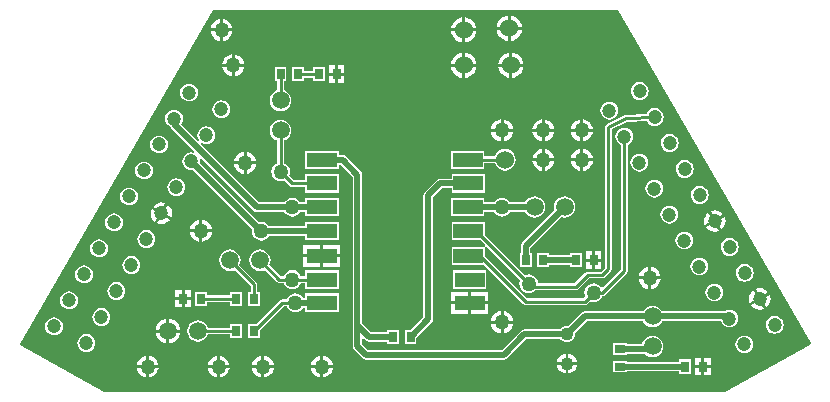
<source format=gtl>
%FSLAX44Y44*%
%MOMM*%
G71*
G01*
G75*
G04 Layer_Physical_Order=1*
G04 Layer_Color=255*
%ADD10R,0.7000X0.9000*%
%ADD11R,0.9000X0.7000*%
%ADD12R,2.5400X1.2700*%
%ADD13C,0.2540*%
%ADD14C,0.5000*%
%ADD15C,1.5240*%
%ADD16C,1.1000*%
%ADD17C,1.2000*%
%ADD18C,1.5000*%
%ADD19C,1.2700*%
G36*
X598698Y44716D02*
X598360Y43492D01*
X525912Y3059D01*
X796D01*
X-70477Y42836D01*
X-70815Y44060D01*
X92695Y327241D01*
X435567D01*
X598698Y44716D01*
D02*
G37*
%LPC*%
G36*
X74000Y90000D02*
X68750D01*
Y83750D01*
X74000D01*
Y90000D01*
D02*
G37*
G36*
X555741Y91368D02*
X553392Y91059D01*
X552367Y90634D01*
X556199Y83998D01*
X562835Y87830D01*
X562160Y88709D01*
X560280Y90152D01*
X558091Y91059D01*
X555741Y91368D01*
D02*
G37*
G36*
X66250Y90000D02*
X61000D01*
Y83750D01*
X66250D01*
Y90000D01*
D02*
G37*
G36*
X325922Y88336D02*
X311472D01*
Y80236D01*
X325922D01*
Y88336D01*
D02*
G37*
G36*
X10956Y96416D02*
X8998Y96158D01*
X7173Y95402D01*
X5606Y94200D01*
X4404Y92633D01*
X3649Y90809D01*
X3391Y88851D01*
X3649Y86893D01*
X4404Y85069D01*
X5606Y83502D01*
X7173Y82300D01*
X8998Y81544D01*
X10956Y81286D01*
X12914Y81544D01*
X14738Y82300D01*
X16305Y83502D01*
X17507Y85069D01*
X18262Y86893D01*
X18520Y88851D01*
X18262Y90809D01*
X17507Y92633D01*
X16305Y94200D01*
X14738Y95402D01*
X12914Y96158D01*
X10956Y96416D01*
D02*
G37*
G36*
X132500Y124078D02*
X130150Y123768D01*
X127961Y122861D01*
X126081Y121419D01*
X124639Y119539D01*
X123732Y117350D01*
X123422Y115000D01*
X123732Y112650D01*
X124639Y110461D01*
X126081Y108581D01*
X127961Y107139D01*
X130150Y106232D01*
X132500Y105922D01*
X134850Y106232D01*
X136564Y106942D01*
X146849Y96657D01*
X146849Y96657D01*
X147398Y96290D01*
X147765Y96045D01*
X148846Y95830D01*
X152673D01*
X153143Y94695D01*
X154401Y93055D01*
X156041Y91797D01*
X157951Y91006D01*
X160000Y90736D01*
X162049Y91006D01*
X163959Y91797D01*
X165599Y93055D01*
X166857Y94695D01*
X167327Y95830D01*
X170800D01*
Y90804D01*
X199200D01*
Y106504D01*
X170800D01*
Y101478D01*
X167327D01*
X166857Y102613D01*
X165599Y104253D01*
X163959Y105511D01*
X162049Y106302D01*
X160000Y106572D01*
X157951Y106302D01*
X156041Y105511D01*
X154401Y104253D01*
X153143Y102613D01*
X152673Y101478D01*
X150016D01*
X140558Y110936D01*
X141268Y112650D01*
X141578Y115000D01*
X141268Y117350D01*
X140361Y119539D01*
X138919Y121419D01*
X137039Y122861D01*
X134850Y123768D01*
X132500Y124078D01*
D02*
G37*
G36*
X324168Y106504D02*
X295768D01*
Y90804D01*
X324168D01*
Y106504D01*
D02*
G37*
G36*
X471766Y98750D02*
X463750D01*
Y90734D01*
X464941Y90891D01*
X467215Y91833D01*
X469169Y93331D01*
X470667Y95285D01*
X471609Y97559D01*
X471766Y98750D01*
D02*
G37*
G36*
X117500Y88500D02*
X107500D01*
Y85324D01*
X87500D01*
Y88500D01*
X77500D01*
Y76500D01*
X87500D01*
Y79676D01*
X107500D01*
Y76500D01*
X117500D01*
Y88500D01*
D02*
G37*
G36*
X461250Y98750D02*
X453234D01*
X453391Y97559D01*
X454333Y95285D01*
X455831Y93331D01*
X457785Y91833D01*
X460059Y90891D01*
X461250Y90734D01*
Y98750D01*
D02*
G37*
G36*
X308972Y88336D02*
X294522D01*
Y80236D01*
X308972D01*
Y88336D01*
D02*
G37*
G36*
X-29031Y88556D02*
X-30989Y88298D01*
X-32814Y87543D01*
X-34380Y86340D01*
X-35583Y84774D01*
X-36338Y82949D01*
X-36596Y80991D01*
X-36338Y79033D01*
X-35583Y77209D01*
X-34380Y75642D01*
X-32814Y74440D01*
X-30989Y73685D01*
X-29031Y73427D01*
X-27074Y73685D01*
X-25249Y74440D01*
X-23682Y75642D01*
X-22480Y77209D01*
X-21724Y79033D01*
X-21467Y80991D01*
X-21724Y82949D01*
X-22480Y84774D01*
X-23682Y86341D01*
X-25249Y87543D01*
X-27074Y88298D01*
X-29031Y88556D01*
D02*
G37*
G36*
X66250Y81250D02*
X61000D01*
Y75000D01*
X66250D01*
Y81250D01*
D02*
G37*
G36*
X555284Y80583D02*
X548647Y76751D01*
X549323Y75872D01*
X551203Y74429D01*
X553392Y73522D01*
X555741Y73213D01*
X558091Y73522D01*
X559115Y73947D01*
X555284Y80583D01*
D02*
G37*
G36*
X325922Y77736D02*
X311472D01*
Y69636D01*
X325922D01*
Y77736D01*
D02*
G37*
G36*
X162500Y86904D02*
X160451Y86634D01*
X158541Y85843D01*
X156901Y84585D01*
X155643Y82945D01*
X155173Y81810D01*
X151486D01*
X150405Y81595D01*
X150038Y81350D01*
X149489Y80983D01*
X149489Y80983D01*
X129506Y61000D01*
X122500D01*
Y49000D01*
X132500D01*
Y56006D01*
X152656Y76162D01*
X155173D01*
X155643Y75027D01*
X156901Y73387D01*
X158541Y72129D01*
X160451Y71338D01*
X162500Y71068D01*
X164549Y71338D01*
X166459Y72129D01*
X168099Y73387D01*
X169265Y74908D01*
X170800D01*
Y71136D01*
X199200D01*
Y86836D01*
X170800D01*
Y83064D01*
X169265D01*
X168099Y84585D01*
X166459Y85843D01*
X164549Y86634D01*
X162500Y86904D01*
D02*
G37*
G36*
X550202Y89384D02*
X549322Y88709D01*
X547880Y86829D01*
X546973Y84640D01*
X546664Y82290D01*
X546973Y79941D01*
X547397Y78917D01*
X554034Y82748D01*
X550202Y89384D01*
D02*
G37*
G36*
X517204Y95203D02*
X515246Y94945D01*
X513422Y94190D01*
X511855Y92987D01*
X510653Y91421D01*
X509897Y89596D01*
X509640Y87638D01*
X509897Y85681D01*
X510653Y83856D01*
X511855Y82289D01*
X513422Y81087D01*
X515246Y80331D01*
X517204Y80074D01*
X519162Y80331D01*
X520987Y81087D01*
X522553Y82289D01*
X523755Y83856D01*
X524511Y85681D01*
X524769Y87638D01*
X524511Y89596D01*
X523755Y91421D01*
X522553Y92987D01*
X520987Y94190D01*
X519162Y94945D01*
X517204Y95203D01*
D02*
G37*
G36*
X107100Y124078D02*
X104750Y123768D01*
X102561Y122861D01*
X100681Y121419D01*
X99239Y119539D01*
X98332Y117350D01*
X98022Y115000D01*
X98332Y112650D01*
X99239Y110461D01*
X100681Y108581D01*
X102561Y107139D01*
X104750Y106232D01*
X107100Y105922D01*
X109450Y106232D01*
X111164Y106942D01*
X124676Y93430D01*
Y88500D01*
X122500D01*
Y76500D01*
X132500D01*
Y88500D01*
X130324D01*
Y94600D01*
X130109Y95681D01*
X129864Y96048D01*
X129497Y96597D01*
X129497Y96597D01*
X115158Y110936D01*
X115868Y112650D01*
X116178Y115000D01*
X115868Y117350D01*
X114961Y119539D01*
X113519Y121419D01*
X111639Y122861D01*
X109450Y123768D01*
X107100Y124078D01*
D02*
G37*
G36*
X74000Y81250D02*
X68750D01*
Y75000D01*
X74000D01*
Y81250D01*
D02*
G37*
G36*
X564085Y85665D02*
X557449Y81833D01*
X561280Y75196D01*
X562160Y75872D01*
X563603Y77752D01*
X564510Y79941D01*
X564819Y82290D01*
X564510Y84640D01*
X564085Y85665D01*
D02*
G37*
G36*
X405000Y121000D02*
X395000D01*
Y119078D01*
X377500D01*
Y121000D01*
X367500D01*
Y109000D01*
X377500D01*
Y110922D01*
X395000D01*
Y109000D01*
X405000D01*
Y121000D01*
D02*
G37*
G36*
X183750Y128070D02*
X169300D01*
Y119970D01*
X183750D01*
Y128070D01*
D02*
G37*
G36*
X530341Y133849D02*
X528383Y133591D01*
X526559Y132836D01*
X524992Y131634D01*
X523790Y130067D01*
X523034Y128243D01*
X522777Y126285D01*
X523034Y124327D01*
X523790Y122502D01*
X524992Y120935D01*
X526559Y119733D01*
X528383Y118978D01*
X530341Y118720D01*
X532299Y118978D01*
X534124Y119733D01*
X535690Y120935D01*
X536893Y122502D01*
X537648Y124327D01*
X537906Y126285D01*
X537648Y128243D01*
X536893Y130067D01*
X535690Y131634D01*
X534124Y132836D01*
X532299Y133591D01*
X530341Y133849D01*
D02*
G37*
G36*
X421500Y122500D02*
X416250D01*
Y116250D01*
X421500D01*
Y122500D01*
D02*
G37*
G36*
X-3631Y132550D02*
X-5589Y132292D01*
X-7414Y131537D01*
X-8980Y130335D01*
X-10183Y128768D01*
X-10938Y126943D01*
X-11196Y124986D01*
X-10938Y123028D01*
X-10183Y121203D01*
X-8980Y119636D01*
X-7414Y118434D01*
X-5589Y117678D01*
X-3631Y117421D01*
X-1673Y117678D01*
X151Y118434D01*
X1718Y119636D01*
X2920Y121203D01*
X3676Y123028D01*
X3933Y124986D01*
X3676Y126943D01*
X2920Y128768D01*
X1718Y130335D01*
X151Y131537D01*
X-1673Y132292D01*
X-3631Y132550D01*
D02*
G37*
G36*
X81250Y138750D02*
X73234D01*
X73391Y137559D01*
X74333Y135285D01*
X75831Y133331D01*
X77785Y131833D01*
X80059Y130891D01*
X81250Y130734D01*
Y138750D01*
D02*
G37*
G36*
X91766D02*
X83750D01*
Y130734D01*
X84941Y130891D01*
X87215Y131833D01*
X89169Y133331D01*
X90667Y135285D01*
X91609Y137559D01*
X91766Y138750D01*
D02*
G37*
G36*
X36356Y140410D02*
X34398Y140152D01*
X32573Y139396D01*
X31007Y138194D01*
X29804Y136627D01*
X29049Y134803D01*
X28791Y132845D01*
X29049Y130887D01*
X29804Y129063D01*
X31007Y127496D01*
X32573Y126294D01*
X34398Y125538D01*
X36356Y125280D01*
X38314Y125538D01*
X40138Y126294D01*
X41705Y127496D01*
X42907Y129063D01*
X43663Y130887D01*
X43920Y132845D01*
X43663Y134803D01*
X42907Y136627D01*
X41705Y138194D01*
X40138Y139396D01*
X38314Y140152D01*
X36356Y140410D01*
D02*
G37*
G36*
X200700Y128070D02*
X186250D01*
Y119970D01*
X200700D01*
Y128070D01*
D02*
G37*
G36*
X491804Y139197D02*
X489846Y138940D01*
X488022Y138184D01*
X486455Y136982D01*
X485253Y135415D01*
X484497Y133590D01*
X484240Y131633D01*
X484497Y129675D01*
X485253Y127850D01*
X486455Y126284D01*
X488022Y125081D01*
X489846Y124326D01*
X491804Y124068D01*
X493762Y124326D01*
X495587Y125081D01*
X497153Y126284D01*
X498355Y127850D01*
X499111Y129675D01*
X499369Y131632D01*
X499111Y133590D01*
X498355Y135415D01*
X497153Y136982D01*
X495587Y138184D01*
X493762Y138940D01*
X491804Y139197D01*
D02*
G37*
G36*
X413750Y122500D02*
X408500D01*
Y116250D01*
X413750D01*
Y122500D01*
D02*
G37*
G36*
X463750Y109266D02*
Y101250D01*
X471766D01*
X471609Y102441D01*
X470667Y104715D01*
X469169Y106669D01*
X467215Y108167D01*
X464941Y109109D01*
X463750Y109266D01*
D02*
G37*
G36*
X504504Y117200D02*
X502546Y116942D01*
X500722Y116187D01*
X499155Y114985D01*
X497953Y113418D01*
X497197Y111593D01*
X496940Y109635D01*
X497197Y107678D01*
X497953Y105853D01*
X499155Y104286D01*
X500722Y103084D01*
X502546Y102329D01*
X504504Y102071D01*
X506462Y102329D01*
X508287Y103084D01*
X509853Y104286D01*
X511055Y105853D01*
X511811Y107678D01*
X512069Y109635D01*
X511811Y111593D01*
X511055Y113418D01*
X509853Y114985D01*
X508287Y116187D01*
X506462Y116942D01*
X504504Y117200D01*
D02*
G37*
G36*
X461250Y109266D02*
X460059Y109109D01*
X457785Y108167D01*
X455831Y106669D01*
X454333Y104715D01*
X453391Y102441D01*
X453234Y101250D01*
X461250D01*
Y109266D01*
D02*
G37*
G36*
X-16331Y110553D02*
X-18289Y110295D01*
X-20114Y109540D01*
X-21680Y108337D01*
X-22883Y106771D01*
X-23638Y104946D01*
X-23896Y102988D01*
X-23638Y101031D01*
X-22883Y99206D01*
X-21680Y97639D01*
X-20114Y96437D01*
X-18289Y95681D01*
X-16331Y95424D01*
X-14374Y95681D01*
X-12549Y96437D01*
X-10982Y97639D01*
X-9780Y99206D01*
X-9024Y101031D01*
X-8767Y102989D01*
X-9024Y104946D01*
X-9780Y106771D01*
X-10982Y108337D01*
X-12549Y109540D01*
X-14374Y110295D01*
X-16331Y110553D01*
D02*
G37*
G36*
X543041Y111852D02*
X541083Y111594D01*
X539259Y110839D01*
X537692Y109637D01*
X536490Y108070D01*
X535734Y106245D01*
X535477Y104288D01*
X535734Y102330D01*
X536490Y100505D01*
X537692Y98939D01*
X539259Y97736D01*
X541083Y96981D01*
X543041Y96723D01*
X544999Y96981D01*
X546824Y97736D01*
X548390Y98939D01*
X549593Y100505D01*
X550348Y102330D01*
X550606Y104288D01*
X550348Y106245D01*
X549593Y108070D01*
X548390Y109637D01*
X546824Y110839D01*
X544999Y111594D01*
X543041Y111852D01*
D02*
G37*
G36*
X183750Y117470D02*
X169300D01*
Y109370D01*
X183750D01*
Y117470D01*
D02*
G37*
G36*
X200700D02*
X186250D01*
Y109370D01*
X200700D01*
Y117470D01*
D02*
G37*
G36*
X421500Y113750D02*
X416250D01*
Y107500D01*
X421500D01*
Y113750D01*
D02*
G37*
G36*
X23656Y118413D02*
X21698Y118155D01*
X19873Y117399D01*
X18306Y116197D01*
X17104Y114630D01*
X16349Y112806D01*
X16091Y110848D01*
X16349Y108890D01*
X17104Y107066D01*
X18306Y105499D01*
X19873Y104297D01*
X21698Y103541D01*
X23656Y103283D01*
X25614Y103541D01*
X27438Y104297D01*
X29005Y105499D01*
X30207Y107066D01*
X30963Y108890D01*
X31220Y110848D01*
X30963Y112806D01*
X30207Y114630D01*
X29005Y116197D01*
X27438Y117399D01*
X25614Y118155D01*
X23656Y118413D01*
D02*
G37*
G36*
X413750Y113750D02*
X408500D01*
Y107500D01*
X413750D01*
Y113750D01*
D02*
G37*
G36*
X96250Y34266D02*
X95059Y34109D01*
X92785Y33167D01*
X90831Y31669D01*
X89333Y29715D01*
X88391Y27441D01*
X88234Y26250D01*
X96250D01*
Y34266D01*
D02*
G37*
G36*
X98750D02*
Y26250D01*
X106766D01*
X106609Y27441D01*
X105667Y29715D01*
X104169Y31669D01*
X102215Y33167D01*
X99941Y34109D01*
X98750Y34266D01*
D02*
G37*
G36*
X38750D02*
Y26250D01*
X46766D01*
X46609Y27441D01*
X45667Y29715D01*
X44169Y31669D01*
X42215Y33167D01*
X39941Y34109D01*
X38750Y34266D01*
D02*
G37*
G36*
X400909Y26250D02*
X393750D01*
Y19091D01*
X394719Y19219D01*
X396787Y20075D01*
X398562Y21438D01*
X399925Y23213D01*
X400781Y25281D01*
X400909Y26250D01*
D02*
G37*
G36*
X36250Y34266D02*
X35059Y34109D01*
X32785Y33167D01*
X30831Y31669D01*
X29333Y29715D01*
X28391Y27441D01*
X28234Y26250D01*
X36250D01*
Y34266D01*
D02*
G37*
G36*
X186250D02*
Y26250D01*
X194266D01*
X194109Y27441D01*
X193167Y29715D01*
X191668Y31669D01*
X189715Y33167D01*
X187441Y34109D01*
X186250Y34266D01*
D02*
G37*
G36*
X506250Y32500D02*
X501000D01*
Y26250D01*
X506250D01*
Y32500D01*
D02*
G37*
G36*
X183750Y34266D02*
X182559Y34109D01*
X180285Y33167D01*
X178332Y31669D01*
X176833Y29715D01*
X175891Y27441D01*
X175734Y26250D01*
X183750D01*
Y34266D01*
D02*
G37*
G36*
X133750D02*
X132559Y34109D01*
X130285Y33167D01*
X128331Y31669D01*
X126833Y29715D01*
X125891Y27441D01*
X125734Y26250D01*
X133750D01*
Y34266D01*
D02*
G37*
G36*
X136250D02*
Y26250D01*
X144266D01*
X144109Y27441D01*
X143167Y29715D01*
X141669Y31669D01*
X139715Y33167D01*
X137441Y34109D01*
X136250Y34266D01*
D02*
G37*
G36*
X391250Y26250D02*
X384091D01*
X384219Y25281D01*
X385075Y23213D01*
X386438Y21438D01*
X388213Y20075D01*
X390281Y19219D01*
X391250Y19091D01*
Y26250D01*
D02*
G37*
G36*
X106766Y23750D02*
X98750D01*
Y15734D01*
X99941Y15891D01*
X102215Y16833D01*
X104169Y18332D01*
X105667Y20285D01*
X106609Y22559D01*
X106766Y23750D01*
D02*
G37*
G36*
X133750D02*
X125734D01*
X125891Y22559D01*
X126833Y20285D01*
X128331Y18332D01*
X130285Y16833D01*
X132559Y15891D01*
X133750Y15734D01*
Y23750D01*
D02*
G37*
G36*
X96250D02*
X88234D01*
X88391Y22559D01*
X89333Y20285D01*
X90831Y18332D01*
X92785Y16833D01*
X95059Y15891D01*
X96250Y15734D01*
Y23750D01*
D02*
G37*
G36*
X36250D02*
X28234D01*
X28391Y22559D01*
X29333Y20285D01*
X30831Y18332D01*
X32785Y16833D01*
X35059Y15891D01*
X36250Y15734D01*
Y23750D01*
D02*
G37*
G36*
X46766D02*
X38750D01*
Y15734D01*
X39941Y15891D01*
X42215Y16833D01*
X44169Y18332D01*
X45667Y20285D01*
X46609Y22559D01*
X46766Y23750D01*
D02*
G37*
G36*
X506250Y23750D02*
X501000D01*
Y17500D01*
X506250D01*
Y23750D01*
D02*
G37*
G36*
X514000D02*
X508750D01*
Y17500D01*
X514000D01*
Y23750D01*
D02*
G37*
G36*
X194266Y23750D02*
X186250D01*
Y15734D01*
X187441Y15891D01*
X189715Y16833D01*
X191668Y18332D01*
X193167Y20285D01*
X194109Y22559D01*
X194266Y23750D01*
D02*
G37*
G36*
X144266D02*
X136250D01*
Y15734D01*
X137441Y15891D01*
X139715Y16833D01*
X141669Y18332D01*
X143167Y20285D01*
X144109Y22559D01*
X144266Y23750D01*
D02*
G37*
G36*
X183750D02*
X175734D01*
X175891Y22559D01*
X176833Y20285D01*
X178332Y18332D01*
X180285Y16833D01*
X182559Y15891D01*
X183750Y15734D01*
Y23750D01*
D02*
G37*
G36*
X53350Y65426D02*
X51859Y65230D01*
X49305Y64172D01*
X47111Y62489D01*
X45428Y60295D01*
X44370Y57741D01*
X44174Y56250D01*
X53350D01*
Y65426D01*
D02*
G37*
G36*
X55850D02*
Y56250D01*
X65026D01*
X64830Y57741D01*
X63772Y60295D01*
X62089Y62489D01*
X59895Y64172D01*
X57341Y65230D01*
X55850Y65426D01*
D02*
G37*
G36*
X346766Y61250D02*
X338750D01*
Y53234D01*
X339941Y53391D01*
X342215Y54333D01*
X344169Y55831D01*
X345667Y57785D01*
X346609Y60059D01*
X346766Y61250D01*
D02*
G37*
G36*
X568441Y67858D02*
X566483Y67600D01*
X564659Y66845D01*
X563092Y65642D01*
X561890Y64076D01*
X561134Y62251D01*
X560877Y60293D01*
X561134Y58335D01*
X561890Y56511D01*
X563092Y54944D01*
X564659Y53742D01*
X566483Y52986D01*
X568441Y52729D01*
X570399Y52986D01*
X572224Y53742D01*
X573790Y54944D01*
X574992Y56511D01*
X575748Y58336D01*
X576006Y60293D01*
X575748Y62251D01*
X574992Y64076D01*
X573790Y65642D01*
X572224Y66845D01*
X570399Y67600D01*
X568441Y67858D01*
D02*
G37*
G36*
X336250Y61250D02*
X328234D01*
X328391Y60059D01*
X329333Y57785D01*
X330831Y55831D01*
X332785Y54333D01*
X335059Y53391D01*
X336250Y53234D01*
Y61250D01*
D02*
G37*
G36*
X338750Y71766D02*
Y63750D01*
X346766D01*
X346609Y64941D01*
X345667Y67215D01*
X344169Y69169D01*
X342215Y70667D01*
X339941Y71609D01*
X338750Y71766D01*
D02*
G37*
G36*
X308972Y77736D02*
X294522D01*
Y69636D01*
X308972D01*
Y77736D01*
D02*
G37*
G36*
X336250Y71766D02*
X335059Y71609D01*
X332785Y70667D01*
X330831Y69169D01*
X329333Y67215D01*
X328391Y64941D01*
X328234Y63750D01*
X336250D01*
Y71766D01*
D02*
G37*
G36*
X199200Y207850D02*
X170800D01*
Y192150D01*
X199200D01*
Y195922D01*
X200811D01*
X210922Y185811D01*
Y60000D01*
X210922Y60000D01*
X210922Y60000D01*
Y42500D01*
X210922Y42500D01*
X211181Y41198D01*
X211232Y40939D01*
X212116Y39616D01*
X219616Y32116D01*
X219616Y32116D01*
X220939Y31232D01*
X222500Y30922D01*
X339000D01*
X339000Y30922D01*
X340302Y31181D01*
X340561Y31232D01*
X341884Y32116D01*
X358189Y48422D01*
X386806D01*
X387508Y47508D01*
X388970Y46385D01*
X390673Y45680D01*
X392500Y45440D01*
X394327Y45680D01*
X396030Y46385D01*
X397492Y47508D01*
X398615Y48970D01*
X399320Y50673D01*
X399560Y52500D01*
X399410Y53642D01*
X409189Y63422D01*
X456948D01*
X457139Y62961D01*
X458581Y61081D01*
X460461Y59639D01*
X462650Y58732D01*
X465000Y58422D01*
X467350Y58732D01*
X469539Y59639D01*
X471419Y61081D01*
X472862Y62961D01*
X473052Y63422D01*
X522706D01*
X523353Y61859D01*
X524555Y60292D01*
X526122Y59090D01*
X527946Y58334D01*
X529904Y58077D01*
X531862Y58334D01*
X533687Y59090D01*
X535253Y60292D01*
X536455Y61859D01*
X537211Y63684D01*
X537469Y65641D01*
X537211Y67599D01*
X536455Y69424D01*
X535253Y70990D01*
X533687Y72193D01*
X531862Y72948D01*
X529904Y73206D01*
X527946Y72948D01*
X526122Y72193D01*
X525321Y71578D01*
X473052D01*
X472862Y72039D01*
X471419Y73919D01*
X469539Y75361D01*
X467350Y76268D01*
X465000Y76578D01*
X462650Y76268D01*
X460461Y75361D01*
X458581Y73919D01*
X457139Y72039D01*
X456948Y71578D01*
X407500D01*
X405939Y71268D01*
X404616Y70384D01*
X404616Y70384D01*
X393642Y59410D01*
X392500Y59560D01*
X390673Y59320D01*
X388970Y58615D01*
X387508Y57492D01*
X386806Y56578D01*
X356500D01*
X354939Y56268D01*
X353616Y55384D01*
X353616Y55384D01*
X337311Y39078D01*
X224189D01*
X219078Y44189D01*
Y48495D01*
X220252Y48981D01*
X222116Y47116D01*
X223439Y46232D01*
X223698Y46181D01*
X225000Y45922D01*
X225000Y45922D01*
X240000D01*
Y44000D01*
X250000D01*
Y56000D01*
X240000D01*
Y54078D01*
X226689D01*
X219078Y61689D01*
Y187500D01*
X219078Y187500D01*
X218819Y188802D01*
X218768Y189061D01*
X217884Y190384D01*
X217884Y190384D01*
X205384Y202884D01*
X204061Y203768D01*
X203802Y203819D01*
X202500Y204078D01*
X202500Y204078D01*
X199200D01*
Y207850D01*
D02*
G37*
G36*
X-1744Y74419D02*
X-3702Y74161D01*
X-5527Y73405D01*
X-7093Y72203D01*
X-8296Y70636D01*
X-9051Y68812D01*
X-9309Y66854D01*
X-9051Y64896D01*
X-8296Y63071D01*
X-7093Y61505D01*
X-5527Y60303D01*
X-3702Y59547D01*
X-1744Y59289D01*
X214Y59547D01*
X2038Y60303D01*
X3605Y61505D01*
X4807Y63071D01*
X5562Y64896D01*
X5820Y66854D01*
X5562Y68812D01*
X4807Y70636D01*
X3605Y72203D01*
X2038Y73405D01*
X214Y74161D01*
X-1744Y74419D01*
D02*
G37*
G36*
X-41731Y66559D02*
X-43689Y66301D01*
X-45514Y65546D01*
X-47080Y64343D01*
X-48283Y62777D01*
X-49038Y60952D01*
X-49296Y58994D01*
X-49038Y57036D01*
X-48283Y55212D01*
X-47080Y53645D01*
X-45514Y52443D01*
X-43689Y51687D01*
X-41731Y51430D01*
X-39773Y51687D01*
X-37949Y52443D01*
X-36382Y53645D01*
X-35180Y55212D01*
X-34424Y57036D01*
X-34167Y58994D01*
X-34424Y60952D01*
X-35180Y62777D01*
X-36382Y64343D01*
X-37949Y65546D01*
X-39773Y66301D01*
X-41731Y66559D01*
D02*
G37*
G36*
X497500Y31000D02*
X487500D01*
Y29078D01*
X443500D01*
Y30000D01*
X431500D01*
Y20000D01*
X443500D01*
Y20922D01*
X487500D01*
Y19000D01*
X497500D01*
Y31000D01*
D02*
G37*
G36*
X542604Y51209D02*
X540646Y50951D01*
X538822Y50196D01*
X537255Y48993D01*
X536053Y47427D01*
X535297Y45602D01*
X535040Y43644D01*
X535297Y41686D01*
X536053Y39862D01*
X537255Y38295D01*
X538822Y37093D01*
X540646Y36337D01*
X542604Y36080D01*
X544562Y36337D01*
X546387Y37093D01*
X547953Y38295D01*
X549156Y39862D01*
X549911Y41687D01*
X550169Y43644D01*
X549911Y45602D01*
X549156Y47427D01*
X547953Y48993D01*
X546387Y50196D01*
X544562Y50951D01*
X542604Y51209D01*
D02*
G37*
G36*
X393750Y35909D02*
Y28750D01*
X400909D01*
X400781Y29719D01*
X399925Y31787D01*
X398562Y33562D01*
X396787Y34925D01*
X394719Y35781D01*
X393750Y35909D01*
D02*
G37*
G36*
X514000Y32500D02*
X508750D01*
Y26250D01*
X514000D01*
Y32500D01*
D02*
G37*
G36*
X391250Y35909D02*
X390281Y35781D01*
X388213Y34925D01*
X386438Y33562D01*
X385075Y31787D01*
X384219Y29719D01*
X384091Y28750D01*
X391250D01*
Y35909D01*
D02*
G37*
G36*
X65026Y53750D02*
X55850D01*
Y44574D01*
X57341Y44770D01*
X59895Y45828D01*
X62089Y47511D01*
X63772Y49705D01*
X64830Y52259D01*
X65026Y53750D01*
D02*
G37*
G36*
X80000Y64078D02*
X77650Y63768D01*
X75461Y62861D01*
X73581Y61419D01*
X72139Y59539D01*
X71232Y57350D01*
X70922Y55000D01*
X71232Y52650D01*
X72139Y50461D01*
X73581Y48581D01*
X75461Y47139D01*
X77650Y46232D01*
X80000Y45922D01*
X82350Y46232D01*
X84539Y47139D01*
X86419Y48581D01*
X87861Y50461D01*
X88572Y52176D01*
X107500D01*
Y49000D01*
X117500D01*
Y61000D01*
X107500D01*
Y57824D01*
X88572D01*
X87861Y59539D01*
X86419Y61419D01*
X84539Y62861D01*
X82350Y63768D01*
X80000Y64078D01*
D02*
G37*
G36*
X53350Y53750D02*
X44174D01*
X44370Y52259D01*
X45428Y49705D01*
X47111Y47511D01*
X49305Y45828D01*
X51859Y44770D01*
X53350Y44574D01*
Y53750D01*
D02*
G37*
G36*
X-14444Y52421D02*
X-16402Y52164D01*
X-18227Y51408D01*
X-19793Y50206D01*
X-20996Y48639D01*
X-21751Y46815D01*
X-22009Y44857D01*
X-21751Y42899D01*
X-20996Y41074D01*
X-19793Y39508D01*
X-18227Y38305D01*
X-16402Y37550D01*
X-14444Y37292D01*
X-12486Y37550D01*
X-10662Y38305D01*
X-9095Y39508D01*
X-7893Y41074D01*
X-7138Y42899D01*
X-6880Y44857D01*
X-7138Y46815D01*
X-7893Y48639D01*
X-9095Y50206D01*
X-10662Y51408D01*
X-12486Y52164D01*
X-14444Y52421D01*
D02*
G37*
G36*
X465000Y51178D02*
X462650Y50868D01*
X460461Y49961D01*
X458581Y48519D01*
X457139Y46639D01*
X456232Y44450D01*
X456183Y44078D01*
X443500D01*
Y45000D01*
X431500D01*
Y35000D01*
X443500D01*
Y35922D01*
X458397D01*
X458581Y35681D01*
X460461Y34239D01*
X462650Y33332D01*
X465000Y33022D01*
X467350Y33332D01*
X469539Y34239D01*
X471419Y35681D01*
X472862Y37561D01*
X473768Y39750D01*
X474078Y42100D01*
X473768Y44450D01*
X472862Y46639D01*
X471419Y48519D01*
X469539Y49961D01*
X467350Y50868D01*
X465000Y51178D01*
D02*
G37*
G36*
X517184Y146574D02*
X510547Y142743D01*
X511222Y141863D01*
X513102Y140420D01*
X515292Y139513D01*
X517641Y139204D01*
X519991Y139513D01*
X521015Y139938D01*
X517184Y146574D01*
D02*
G37*
G36*
X204000Y271250D02*
X198750D01*
Y265000D01*
X204000D01*
Y271250D01*
D02*
G37*
G36*
X303750Y278750D02*
X294453D01*
X294653Y277228D01*
X295723Y274644D01*
X297426Y272426D01*
X299644Y270723D01*
X302228Y269653D01*
X303750Y269453D01*
Y278750D01*
D02*
G37*
G36*
X196250Y271250D02*
X191000D01*
Y265000D01*
X196250D01*
Y271250D01*
D02*
G37*
G36*
X72569Y264533D02*
X70611Y264275D01*
X68786Y263519D01*
X67220Y262317D01*
X66017Y260750D01*
X65262Y258926D01*
X65004Y256968D01*
X65262Y255010D01*
X66017Y253185D01*
X67220Y251619D01*
X68786Y250417D01*
X70611Y249661D01*
X72569Y249403D01*
X74527Y249661D01*
X76351Y250417D01*
X77918Y251619D01*
X79120Y253185D01*
X79876Y255010D01*
X80133Y256968D01*
X79876Y258926D01*
X79120Y260750D01*
X77918Y262317D01*
X76351Y263519D01*
X74527Y264275D01*
X72569Y264533D01*
D02*
G37*
G36*
X454141Y265832D02*
X452183Y265574D01*
X450359Y264818D01*
X448792Y263616D01*
X447590Y262049D01*
X446834Y260225D01*
X446577Y258267D01*
X446834Y256309D01*
X447590Y254485D01*
X448792Y252918D01*
X450359Y251716D01*
X452183Y250960D01*
X454141Y250702D01*
X456099Y250960D01*
X457924Y251716D01*
X459490Y252918D01*
X460692Y254485D01*
X461448Y256309D01*
X461706Y258267D01*
X461448Y260225D01*
X460692Y262049D01*
X459490Y263616D01*
X457924Y264818D01*
X456099Y265574D01*
X454141Y265832D01*
D02*
G37*
G36*
X108750Y278750D02*
X100734D01*
X100891Y277559D01*
X101833Y275285D01*
X103331Y273332D01*
X105285Y271833D01*
X107559Y270891D01*
X108750Y270734D01*
Y278750D01*
D02*
G37*
G36*
X119266D02*
X111250D01*
Y270734D01*
X112441Y270891D01*
X114715Y271833D01*
X116669Y273332D01*
X118167Y275285D01*
X119109Y277559D01*
X119266Y278750D01*
D02*
G37*
G36*
X355547D02*
X346250D01*
Y269453D01*
X347772Y269653D01*
X350356Y270723D01*
X352574Y272426D01*
X354277Y274644D01*
X355347Y277228D01*
X355547Y278750D01*
D02*
G37*
G36*
X315547D02*
X306250D01*
Y269453D01*
X307772Y269653D01*
X310356Y270723D01*
X312574Y272426D01*
X314277Y274644D01*
X315347Y277228D01*
X315547Y278750D01*
D02*
G37*
G36*
X343750D02*
X334453D01*
X334653Y277228D01*
X335723Y274644D01*
X337426Y272426D01*
X339644Y270723D01*
X342228Y269653D01*
X343750Y269453D01*
Y278750D01*
D02*
G37*
G36*
X155000Y278500D02*
X145000D01*
Y266500D01*
X147176D01*
Y258972D01*
X145461Y258262D01*
X143581Y256819D01*
X142139Y254939D01*
X141232Y252750D01*
X140922Y250400D01*
X141232Y248050D01*
X142139Y245861D01*
X143581Y243981D01*
X145461Y242539D01*
X147650Y241632D01*
X150000Y241322D01*
X152350Y241632D01*
X154539Y242539D01*
X156419Y243981D01*
X157861Y245861D01*
X158768Y248050D01*
X159078Y250400D01*
X158768Y252750D01*
X157861Y254939D01*
X156419Y256819D01*
X154539Y258262D01*
X152824Y258972D01*
Y266500D01*
X155000D01*
Y278500D01*
D02*
G37*
G36*
X371250Y234266D02*
X370059Y234109D01*
X367785Y233167D01*
X365831Y231668D01*
X364333Y229715D01*
X363391Y227441D01*
X363234Y226250D01*
X371250D01*
Y234266D01*
D02*
G37*
G36*
X373750D02*
Y226250D01*
X381766D01*
X381609Y227441D01*
X380667Y229715D01*
X379169Y231668D01*
X377215Y233167D01*
X374941Y234109D01*
X373750Y234266D01*
D02*
G37*
G36*
X338750D02*
Y226250D01*
X346766D01*
X346609Y227441D01*
X345667Y229715D01*
X344169Y231668D01*
X342215Y233167D01*
X339941Y234109D01*
X338750Y234266D01*
D02*
G37*
G36*
X414266Y223750D02*
X406250D01*
Y215734D01*
X407441Y215891D01*
X409715Y216833D01*
X411669Y218332D01*
X413167Y220285D01*
X414109Y222559D01*
X414266Y223750D01*
D02*
G37*
G36*
X336250Y234266D02*
X335059Y234109D01*
X332785Y233167D01*
X330831Y231668D01*
X329333Y229715D01*
X328391Y227441D01*
X328234Y226250D01*
X336250D01*
Y234266D01*
D02*
G37*
G36*
X99856Y250395D02*
X97898Y250137D01*
X96073Y249381D01*
X94507Y248179D01*
X93304Y246612D01*
X92549Y244788D01*
X92291Y242830D01*
X92549Y240872D01*
X93304Y239048D01*
X94507Y237481D01*
X96073Y236279D01*
X97898Y235523D01*
X99856Y235266D01*
X101813Y235523D01*
X103638Y236279D01*
X105205Y237481D01*
X106407Y239048D01*
X107163Y240872D01*
X107420Y242830D01*
X107163Y244788D01*
X106407Y246612D01*
X105205Y248179D01*
X103638Y249381D01*
X101813Y250137D01*
X99856Y250395D01*
D02*
G37*
G36*
X466841Y243834D02*
X464883Y243577D01*
X463059Y242821D01*
X461492Y241619D01*
X460290Y240052D01*
X459741Y238727D01*
X442353Y237820D01*
X442327Y237814D01*
X442300Y237817D01*
X441794Y237679D01*
X441285Y237549D01*
X441263Y237533D01*
X441237Y237526D01*
X426237Y230026D01*
X425879Y229749D01*
X425503Y229497D01*
X425447Y229413D01*
X425366Y229350D01*
X425142Y228957D01*
X424891Y228581D01*
X424871Y228481D01*
X424821Y228393D01*
X424764Y227944D01*
X424676Y227500D01*
Y108670D01*
X421330Y105324D01*
X410000D01*
X408919Y105109D01*
X408552Y104864D01*
X408003Y104497D01*
X408003Y104497D01*
X398830Y95324D01*
X367875D01*
X367648Y97049D01*
X366857Y98959D01*
X365599Y100599D01*
X363959Y101857D01*
X362049Y102648D01*
X360000Y102918D01*
X357951Y102648D01*
X356816Y102178D01*
X323152Y135842D01*
Y147398D01*
X294752D01*
Y131698D01*
X319308D01*
X323176Y127830D01*
X322977Y127363D01*
X322977Y127363D01*
X322753Y126837D01*
X322702Y126716D01*
X322661Y126621D01*
X322640Y126570D01*
X322534D01*
X322478D01*
X322094Y126570D01*
X322011D01*
X322011D01*
X294752D01*
Y110870D01*
X322636D01*
X355503Y78003D01*
X355503Y78003D01*
X356052Y77636D01*
X356419Y77391D01*
X357500Y77176D01*
X407500D01*
X407500Y77176D01*
X408581Y77391D01*
X409497Y78003D01*
X411816Y80322D01*
X412951Y79852D01*
X415000Y79582D01*
X417049Y79852D01*
X418959Y80643D01*
X420599Y81901D01*
X421857Y83541D01*
X422327Y84676D01*
X422500D01*
X422500Y84676D01*
X423581Y84891D01*
X424497Y85503D01*
X443001Y104007D01*
X443001Y104007D01*
X443614Y104923D01*
X443829Y106004D01*
X443829Y106004D01*
Y212673D01*
X444787Y213069D01*
X446353Y214272D01*
X447556Y215838D01*
X448311Y217663D01*
X448569Y219621D01*
X448311Y221579D01*
X447556Y223403D01*
X446353Y224970D01*
X444787Y226172D01*
X442962Y226928D01*
X441004Y227185D01*
X439046Y226928D01*
X437222Y226172D01*
X435655Y224970D01*
X434453Y223403D01*
X433697Y221579D01*
X433440Y219621D01*
X433697Y217663D01*
X434453Y215838D01*
X435655Y214272D01*
X437222Y213069D01*
X438180Y212673D01*
Y107174D01*
X422943Y91938D01*
X421341Y92131D01*
X420599Y93099D01*
X418959Y94357D01*
X417049Y95148D01*
X415000Y95418D01*
X412951Y95148D01*
X411041Y94357D01*
X409401Y93099D01*
X408143Y91459D01*
X407352Y89549D01*
X407082Y87500D01*
X407352Y85451D01*
X407822Y84316D01*
X406330Y82824D01*
X358670D01*
X323152Y118342D01*
Y125429D01*
Y125429D01*
X323152Y125512D01*
X323152Y125896D01*
Y125952D01*
Y126058D01*
X323203Y126079D01*
X323298Y126120D01*
X323419Y126171D01*
X323945Y126395D01*
X323946Y126395D01*
X324412Y126594D01*
X352822Y98184D01*
X352352Y97049D01*
X352082Y95000D01*
X352352Y92951D01*
X353143Y91041D01*
X354401Y89401D01*
X356041Y88143D01*
X357951Y87352D01*
X360000Y87082D01*
X362049Y87352D01*
X363959Y88143D01*
X365599Y89401D01*
X365809Y89676D01*
X400000D01*
X400000Y89676D01*
X401081Y89891D01*
X401997Y90503D01*
X411170Y99676D01*
X422500D01*
X422500Y99676D01*
X423581Y99891D01*
X424497Y100503D01*
X429497Y105503D01*
X429497Y105503D01*
X429864Y106052D01*
X430109Y106419D01*
X430324Y107500D01*
Y225755D01*
X443236Y232210D01*
X460042Y233087D01*
X460290Y232487D01*
X461492Y230921D01*
X463059Y229719D01*
X464883Y228963D01*
X466841Y228705D01*
X468799Y228963D01*
X470624Y229719D01*
X472190Y230921D01*
X473392Y232487D01*
X474148Y234312D01*
X474406Y236270D01*
X474148Y238228D01*
X473392Y240052D01*
X472190Y241619D01*
X470624Y242821D01*
X468799Y243577D01*
X466841Y243834D01*
D02*
G37*
G36*
X428304Y249182D02*
X426346Y248925D01*
X424522Y248169D01*
X422955Y246967D01*
X421753Y245400D01*
X420997Y243576D01*
X420740Y241618D01*
X420997Y239660D01*
X421753Y237835D01*
X422955Y236269D01*
X424522Y235067D01*
X426346Y234311D01*
X428304Y234053D01*
X430262Y234311D01*
X432087Y235067D01*
X433653Y236269D01*
X434855Y237835D01*
X435611Y239660D01*
X435869Y241618D01*
X435611Y243576D01*
X434855Y245400D01*
X433653Y246967D01*
X432087Y248169D01*
X430262Y248925D01*
X428304Y249182D01*
D02*
G37*
G36*
X403750Y234266D02*
X402559Y234109D01*
X400285Y233167D01*
X398331Y231668D01*
X396833Y229715D01*
X395891Y227441D01*
X395734Y226250D01*
X403750D01*
Y234266D01*
D02*
G37*
G36*
X406250D02*
Y226250D01*
X414266D01*
X414109Y227441D01*
X413167Y229715D01*
X411669Y231668D01*
X409715Y233167D01*
X407441Y234109D01*
X406250Y234266D01*
D02*
G37*
G36*
X109266Y308750D02*
X101250D01*
Y300734D01*
X102441Y300891D01*
X104715Y301833D01*
X106669Y303332D01*
X108167Y305285D01*
X109109Y307559D01*
X109266Y308750D01*
D02*
G37*
G36*
X98750Y319266D02*
X97559Y319109D01*
X95285Y318167D01*
X93331Y316668D01*
X91833Y314715D01*
X90891Y312441D01*
X90734Y311250D01*
X98750D01*
Y319266D01*
D02*
G37*
G36*
Y308750D02*
X90734D01*
X90891Y307559D01*
X91833Y305285D01*
X93331Y303332D01*
X95285Y301833D01*
X97559Y300891D01*
X98750Y300734D01*
Y308750D01*
D02*
G37*
G36*
X342500Y310000D02*
X333203D01*
X333403Y308478D01*
X334473Y305894D01*
X336176Y303676D01*
X338394Y301973D01*
X340978Y300903D01*
X342500Y300703D01*
Y310000D01*
D02*
G37*
G36*
X354297D02*
X345000D01*
Y300703D01*
X346522Y300903D01*
X349106Y301973D01*
X351324Y303676D01*
X353027Y305894D01*
X354097Y308478D01*
X354297Y310000D01*
D02*
G37*
G36*
X342500Y321797D02*
X340978Y321597D01*
X338394Y320527D01*
X336176Y318824D01*
X334473Y316606D01*
X333403Y314022D01*
X333203Y312500D01*
X342500D01*
Y321797D01*
D02*
G37*
G36*
X345000D02*
Y312500D01*
X354297D01*
X354097Y314022D01*
X353027Y316606D01*
X351324Y318824D01*
X349106Y320527D01*
X346522Y321597D01*
X345000Y321797D01*
D02*
G37*
G36*
X306250Y320547D02*
Y311250D01*
X315547D01*
X315347Y312772D01*
X314277Y315356D01*
X312574Y317574D01*
X310356Y319277D01*
X307772Y320347D01*
X306250Y320547D01*
D02*
G37*
G36*
X101250Y319266D02*
Y311250D01*
X109266D01*
X109109Y312441D01*
X108167Y314715D01*
X106669Y316668D01*
X104715Y318167D01*
X102441Y319109D01*
X101250Y319266D01*
D02*
G37*
G36*
X303750Y320547D02*
X302228Y320347D01*
X299644Y319277D01*
X297426Y317574D01*
X295723Y315356D01*
X294653Y312772D01*
X294453Y311250D01*
X303750D01*
Y320547D01*
D02*
G37*
G36*
X315547Y308750D02*
X306250D01*
Y299453D01*
X307772Y299653D01*
X310356Y300723D01*
X312574Y302426D01*
X314277Y304644D01*
X315347Y307228D01*
X315547Y308750D01*
D02*
G37*
G36*
X108750Y289266D02*
X107559Y289109D01*
X105285Y288167D01*
X103331Y286668D01*
X101833Y284715D01*
X100891Y282441D01*
X100734Y281250D01*
X108750D01*
Y289266D01*
D02*
G37*
G36*
X111250D02*
Y281250D01*
X119266D01*
X119109Y282441D01*
X118167Y284715D01*
X116669Y286668D01*
X114715Y288167D01*
X112441Y289109D01*
X111250Y289266D01*
D02*
G37*
G36*
X187500Y278500D02*
X177500D01*
Y275324D01*
X170000D01*
Y278500D01*
X160000D01*
Y266500D01*
X170000D01*
Y269676D01*
X177500D01*
Y266500D01*
X187500D01*
Y278500D01*
D02*
G37*
G36*
X196250Y280000D02*
X191000D01*
Y273750D01*
X196250D01*
Y280000D01*
D02*
G37*
G36*
X204000D02*
X198750D01*
Y273750D01*
X204000D01*
Y280000D01*
D02*
G37*
G36*
X346250Y290547D02*
Y281250D01*
X355547D01*
X355347Y282772D01*
X354277Y285356D01*
X352574Y287574D01*
X350356Y289277D01*
X347772Y290347D01*
X346250Y290547D01*
D02*
G37*
G36*
X303750Y308750D02*
X294453D01*
X294653Y307228D01*
X295723Y304644D01*
X297426Y302426D01*
X299644Y300723D01*
X302228Y299653D01*
X303750Y299453D01*
Y308750D01*
D02*
G37*
G36*
X343750Y290547D02*
X342228Y290347D01*
X339644Y289277D01*
X337426Y287574D01*
X335723Y285356D01*
X334653Y282772D01*
X334453Y281250D01*
X343750D01*
Y290547D01*
D02*
G37*
G36*
X303750D02*
X302228Y290347D01*
X299644Y289277D01*
X297426Y287574D01*
X295723Y285356D01*
X294653Y282772D01*
X294453Y281250D01*
X303750D01*
Y290547D01*
D02*
G37*
G36*
X306250D02*
Y281250D01*
X315547D01*
X315347Y282772D01*
X314277Y285356D01*
X312574Y287574D01*
X310356Y289277D01*
X307772Y290347D01*
X306250Y290547D01*
D02*
G37*
G36*
X403750Y223750D02*
X395734D01*
X395891Y222559D01*
X396833Y220285D01*
X398331Y218332D01*
X400285Y216833D01*
X402559Y215891D01*
X403750Y215734D01*
Y223750D01*
D02*
G37*
G36*
X365000Y169078D02*
X362650Y168768D01*
X360461Y167861D01*
X358581Y166419D01*
X357139Y164539D01*
X356948Y164078D01*
X344164D01*
X343099Y165467D01*
X341459Y166725D01*
X339549Y167516D01*
X337500Y167786D01*
X335451Y167516D01*
X333541Y166725D01*
X331901Y165467D01*
X330735Y163946D01*
X322644D01*
Y167718D01*
X294244D01*
Y152018D01*
X322644D01*
Y155790D01*
X330735D01*
X331901Y154269D01*
X333541Y153011D01*
X335451Y152220D01*
X337500Y151950D01*
X339549Y152220D01*
X341459Y153011D01*
X343099Y154269D01*
X344357Y155909D01*
X344362Y155922D01*
X356948D01*
X357139Y155461D01*
X358581Y153581D01*
X360461Y152139D01*
X362650Y151232D01*
X365000Y150922D01*
X367350Y151232D01*
X369539Y152139D01*
X371419Y153581D01*
X372862Y155461D01*
X373768Y157650D01*
X374078Y160000D01*
X373768Y162349D01*
X372862Y164539D01*
X371419Y166419D01*
X369539Y167861D01*
X367350Y168768D01*
X365000Y169078D01*
D02*
G37*
G36*
X466404Y183191D02*
X464446Y182934D01*
X462622Y182178D01*
X461055Y180976D01*
X459853Y179409D01*
X459097Y177584D01*
X458840Y175627D01*
X459097Y173669D01*
X459853Y171844D01*
X461055Y170278D01*
X462622Y169075D01*
X464446Y168320D01*
X466404Y168062D01*
X468362Y168320D01*
X470187Y169075D01*
X471753Y170278D01*
X472956Y171844D01*
X473711Y173669D01*
X473969Y175627D01*
X473711Y177584D01*
X472956Y179409D01*
X471753Y180976D01*
X470187Y182178D01*
X468362Y182934D01*
X466404Y183191D01*
D02*
G37*
G36*
X504941Y177843D02*
X502983Y177586D01*
X501159Y176830D01*
X499592Y175628D01*
X498390Y174061D01*
X497634Y172237D01*
X497377Y170279D01*
X497634Y168321D01*
X498390Y166496D01*
X499592Y164930D01*
X501159Y163727D01*
X502983Y162972D01*
X504941Y162714D01*
X506899Y162972D01*
X508724Y163727D01*
X510290Y164930D01*
X511493Y166496D01*
X512248Y168321D01*
X512506Y170279D01*
X512248Y172237D01*
X511493Y174061D01*
X510290Y175628D01*
X508724Y176830D01*
X506899Y177586D01*
X504941Y177843D01*
D02*
G37*
G36*
X49056Y163920D02*
X46706Y163610D01*
X44517Y162703D01*
X42637Y161261D01*
X41962Y160381D01*
X48598Y156550D01*
X52430Y163186D01*
X51405Y163610D01*
X49056Y163920D01*
D02*
G37*
G36*
X21769Y176544D02*
X19811Y176287D01*
X17986Y175531D01*
X16420Y174329D01*
X15217Y172762D01*
X14462Y170938D01*
X14204Y168979D01*
X14462Y167022D01*
X15217Y165197D01*
X16420Y163631D01*
X17986Y162428D01*
X19811Y161673D01*
X21769Y161415D01*
X23726Y161673D01*
X25551Y162428D01*
X27118Y163631D01*
X28320Y165197D01*
X29076Y167022D01*
X29333Y168980D01*
X29076Y170938D01*
X28320Y172762D01*
X27118Y174329D01*
X25551Y175531D01*
X23726Y176287D01*
X21769Y176544D01*
D02*
G37*
G36*
X323152Y187852D02*
X294752D01*
Y184080D01*
X285002D01*
X285002Y184080D01*
X283441Y183770D01*
X283002Y183477D01*
X282118Y182886D01*
X282118Y182886D01*
X272116Y172884D01*
X271232Y171561D01*
X271181Y171302D01*
X270922Y170000D01*
X270922Y170000D01*
Y66689D01*
X260232Y56000D01*
X255000D01*
Y44000D01*
X265000D01*
Y49232D01*
X277884Y62116D01*
X277884Y62116D01*
X278768Y63439D01*
X279078Y65000D01*
Y168311D01*
X286691Y175924D01*
X294752D01*
Y172152D01*
X323152D01*
Y187852D01*
D02*
G37*
G36*
X492241Y199840D02*
X490283Y199583D01*
X488459Y198827D01*
X486892Y197625D01*
X485690Y196058D01*
X484934Y194234D01*
X484677Y192276D01*
X484934Y190318D01*
X485690Y188493D01*
X486892Y186927D01*
X488459Y185725D01*
X490283Y184969D01*
X492241Y184711D01*
X494199Y184969D01*
X496024Y185725D01*
X497590Y186927D01*
X498792Y188493D01*
X499548Y190318D01*
X499806Y192276D01*
X499548Y194234D01*
X498792Y196058D01*
X497590Y197625D01*
X496024Y198827D01*
X494199Y199583D01*
X492241Y199840D01*
D02*
G37*
G36*
X34469Y198541D02*
X32511Y198284D01*
X30686Y197528D01*
X29120Y196326D01*
X27917Y194759D01*
X27162Y192934D01*
X26904Y190977D01*
X27162Y189019D01*
X27917Y187194D01*
X29120Y185628D01*
X30686Y184425D01*
X32511Y183670D01*
X34469Y183412D01*
X36426Y183670D01*
X38251Y184425D01*
X39818Y185628D01*
X41020Y187194D01*
X41776Y189019D01*
X42033Y190977D01*
X41776Y192934D01*
X41020Y194759D01*
X39818Y196326D01*
X38251Y197528D01*
X36426Y198284D01*
X34469Y198541D01*
D02*
G37*
G36*
X61756Y184404D02*
X59798Y184146D01*
X57973Y183390D01*
X56406Y182188D01*
X55204Y180621D01*
X54449Y178797D01*
X54191Y176839D01*
X54449Y174881D01*
X55204Y173057D01*
X56406Y171490D01*
X57973Y170288D01*
X59798Y169532D01*
X61756Y169274D01*
X63713Y169532D01*
X65538Y170288D01*
X67105Y171490D01*
X68307Y173057D01*
X69062Y174881D01*
X69320Y176839D01*
X69062Y178797D01*
X68307Y180621D01*
X67105Y182188D01*
X65538Y183390D01*
X63713Y184146D01*
X61756Y184404D01*
D02*
G37*
G36*
X150000Y234078D02*
X147650Y233768D01*
X145461Y232861D01*
X143581Y231419D01*
X142139Y229539D01*
X141232Y227349D01*
X140922Y225000D01*
X141232Y222651D01*
X142139Y220461D01*
X143581Y218581D01*
X145461Y217139D01*
X147176Y216428D01*
Y197331D01*
X146041Y196861D01*
X144401Y195603D01*
X143143Y193963D01*
X142352Y192053D01*
X142082Y190004D01*
X142352Y187955D01*
X143143Y186045D01*
X144401Y184405D01*
X146041Y183147D01*
X147951Y182356D01*
X150000Y182086D01*
X152049Y182356D01*
X153184Y182826D01*
X158005Y178005D01*
X158921Y177393D01*
X160002Y177178D01*
X160002Y177178D01*
X170800D01*
Y172152D01*
X199200D01*
Y187852D01*
X170800D01*
Y182826D01*
X161172D01*
X157178Y186820D01*
X157648Y187955D01*
X157918Y190004D01*
X157648Y192053D01*
X156857Y193963D01*
X155599Y195603D01*
X153959Y196861D01*
X152824Y197331D01*
Y216428D01*
X154539Y217139D01*
X156419Y218581D01*
X157861Y220461D01*
X158768Y222651D01*
X159078Y225000D01*
X158768Y227349D01*
X157861Y229539D01*
X156419Y231419D01*
X154539Y232861D01*
X152350Y233768D01*
X150000Y234078D01*
D02*
G37*
G36*
X54595Y161936D02*
X50763Y155300D01*
X57400Y151468D01*
X57824Y152493D01*
X58133Y154842D01*
X57824Y157191D01*
X56917Y159381D01*
X55474Y161261D01*
X54595Y161936D01*
D02*
G37*
G36*
X83750Y149266D02*
Y141250D01*
X91766D01*
X91609Y142441D01*
X90667Y144715D01*
X89169Y146669D01*
X87215Y148167D01*
X84941Y149109D01*
X83750Y149266D01*
D02*
G37*
G36*
X512102Y155376D02*
X511222Y154700D01*
X509780Y152820D01*
X508873Y150631D01*
X508564Y148282D01*
X508873Y145932D01*
X509297Y144908D01*
X515934Y148739D01*
X512102Y155376D01*
D02*
G37*
G36*
X81250Y149266D02*
X80059Y149109D01*
X77785Y148167D01*
X75831Y146669D01*
X74333Y144715D01*
X73391Y142441D01*
X73234Y141250D01*
X81250D01*
Y149266D01*
D02*
G37*
G36*
X9069Y154547D02*
X7111Y154290D01*
X5286Y153534D01*
X3720Y152332D01*
X2517Y150765D01*
X1762Y148940D01*
X1504Y146982D01*
X1762Y145025D01*
X2517Y143200D01*
X3720Y141634D01*
X5286Y140431D01*
X7111Y139676D01*
X9069Y139418D01*
X11027Y139676D01*
X12851Y140431D01*
X14418Y141634D01*
X15620Y143200D01*
X16376Y145025D01*
X16633Y146982D01*
X16376Y148940D01*
X15620Y150765D01*
X14418Y152332D01*
X12851Y153534D01*
X11027Y154290D01*
X9069Y154547D01*
D02*
G37*
G36*
X525985Y151656D02*
X519349Y147824D01*
X523180Y141188D01*
X524060Y141863D01*
X525503Y143743D01*
X526410Y145932D01*
X526719Y148282D01*
X526410Y150631D01*
X525985Y151656D01*
D02*
G37*
G36*
X517641Y157359D02*
X515292Y157050D01*
X514267Y156625D01*
X518099Y149989D01*
X524735Y153821D01*
X524060Y154700D01*
X522180Y156143D01*
X519991Y157050D01*
X517641Y157359D01*
D02*
G37*
G36*
X390400Y169078D02*
X388050Y168768D01*
X385861Y167861D01*
X383981Y166419D01*
X382539Y164539D01*
X381632Y162349D01*
X381322Y160000D01*
X381632Y157650D01*
X381822Y157190D01*
X354616Y129984D01*
X353732Y128661D01*
X353681Y128402D01*
X353422Y127100D01*
X353422Y127100D01*
Y121000D01*
X352500D01*
Y109000D01*
X362500D01*
Y121000D01*
X361578D01*
Y125411D01*
X387590Y151422D01*
X388050Y151232D01*
X390400Y150922D01*
X392749Y151232D01*
X394939Y152139D01*
X396819Y153581D01*
X398261Y155461D01*
X399168Y157650D01*
X399478Y160000D01*
X399168Y162349D01*
X398261Y164539D01*
X396819Y166419D01*
X394939Y167861D01*
X392749Y168768D01*
X390400Y169078D01*
D02*
G37*
G36*
X40712Y158216D02*
X40287Y157191D01*
X39978Y154842D01*
X40287Y152493D01*
X41194Y150303D01*
X42637Y148423D01*
X43517Y147748D01*
X47348Y154384D01*
X40712Y158216D01*
D02*
G37*
G36*
X49513Y153134D02*
X45682Y146498D01*
X46706Y146074D01*
X49056Y145764D01*
X51405Y146074D01*
X53594Y146980D01*
X55474Y148423D01*
X56150Y149303D01*
X49513Y153134D01*
D02*
G37*
G36*
X479104Y161194D02*
X477146Y160937D01*
X475322Y160181D01*
X473755Y158979D01*
X472553Y157412D01*
X471797Y155587D01*
X471540Y153630D01*
X471797Y151672D01*
X472553Y149847D01*
X473755Y148280D01*
X475322Y147078D01*
X477146Y146323D01*
X479104Y146065D01*
X481062Y146323D01*
X482887Y147078D01*
X484453Y148280D01*
X485656Y149847D01*
X486411Y151672D01*
X486669Y153630D01*
X486411Y155588D01*
X485656Y157412D01*
X484453Y158979D01*
X482887Y160181D01*
X481062Y160937D01*
X479104Y161194D01*
D02*
G37*
G36*
X47169Y220538D02*
X45211Y220281D01*
X43386Y219525D01*
X41820Y218323D01*
X40617Y216756D01*
X39862Y214932D01*
X39604Y212974D01*
X39862Y211016D01*
X40617Y209191D01*
X41820Y207625D01*
X43386Y206422D01*
X45211Y205667D01*
X47169Y205409D01*
X49127Y205667D01*
X50951Y206422D01*
X52518Y207625D01*
X53720Y209191D01*
X54476Y211016D01*
X54733Y212974D01*
X54476Y214932D01*
X53720Y216756D01*
X52518Y218323D01*
X50951Y219525D01*
X49127Y220281D01*
X47169Y220538D01*
D02*
G37*
G36*
X479541Y221838D02*
X477583Y221580D01*
X475759Y220824D01*
X474192Y219622D01*
X472990Y218055D01*
X472234Y216231D01*
X471977Y214273D01*
X472234Y212315D01*
X472990Y210490D01*
X474192Y208924D01*
X475759Y207722D01*
X477583Y206966D01*
X479541Y206708D01*
X481499Y206966D01*
X483324Y207722D01*
X484890Y208924D01*
X486092Y210490D01*
X486848Y212315D01*
X487106Y214273D01*
X486848Y216231D01*
X486092Y218055D01*
X484890Y219622D01*
X483324Y220824D01*
X481499Y221580D01*
X479541Y221838D01*
D02*
G37*
G36*
X340000Y209199D02*
X337619Y208885D01*
X335401Y207966D01*
X333495Y206504D01*
X332034Y204599D01*
X331298Y202824D01*
X322644D01*
Y207850D01*
X294244D01*
Y192150D01*
X322644D01*
Y197176D01*
X331298D01*
X332034Y195401D01*
X333495Y193496D01*
X335401Y192034D01*
X337619Y191115D01*
X340000Y190801D01*
X342381Y191115D01*
X344599Y192034D01*
X346505Y193496D01*
X347966Y195401D01*
X348885Y197619D01*
X349199Y200000D01*
X348885Y202381D01*
X347966Y204599D01*
X346505Y206504D01*
X344599Y207966D01*
X342381Y208885D01*
X340000Y209199D01*
D02*
G37*
G36*
X403750Y209266D02*
X402559Y209109D01*
X400285Y208167D01*
X398331Y206668D01*
X396833Y204715D01*
X395891Y202441D01*
X395734Y201250D01*
X403750D01*
Y209266D01*
D02*
G37*
G36*
X406250D02*
Y201250D01*
X414266D01*
X414109Y202441D01*
X413167Y204715D01*
X411669Y206668D01*
X409715Y208167D01*
X407441Y209109D01*
X406250Y209266D01*
D02*
G37*
G36*
X371250Y223750D02*
X363234D01*
X363391Y222559D01*
X364333Y220285D01*
X365831Y218332D01*
X367785Y216833D01*
X370059Y215891D01*
X371250Y215734D01*
Y223750D01*
D02*
G37*
G36*
X381766D02*
X373750D01*
Y215734D01*
X374941Y215891D01*
X377215Y216833D01*
X379169Y218332D01*
X380667Y220285D01*
X381609Y222559D01*
X381766Y223750D01*
D02*
G37*
G36*
X346766D02*
X338750D01*
Y215734D01*
X339941Y215891D01*
X342215Y216833D01*
X344169Y218332D01*
X345667Y220285D01*
X346609Y222559D01*
X346766Y223750D01*
D02*
G37*
G36*
X59869Y242535D02*
X57911Y242278D01*
X56086Y241522D01*
X54520Y240320D01*
X53317Y238753D01*
X52562Y236929D01*
X52304Y234971D01*
X52562Y233013D01*
X53317Y231188D01*
X54520Y229622D01*
X56086Y228419D01*
X56246Y228353D01*
X56985Y227248D01*
X76928Y207305D01*
X76538Y206424D01*
X76275Y206161D01*
X74456Y206401D01*
X72498Y206143D01*
X70673Y205387D01*
X69106Y204185D01*
X67904Y202618D01*
X67149Y200794D01*
X66891Y198836D01*
X67149Y196878D01*
X67904Y195054D01*
X69106Y193487D01*
X70673Y192285D01*
X72498Y191529D01*
X74456Y191271D01*
X76044Y191480D01*
X126076Y141448D01*
X125826Y139548D01*
X126096Y137499D01*
X126887Y135589D01*
X128145Y133949D01*
X129785Y132691D01*
X131694Y131900D01*
X133744Y131630D01*
X135793Y131900D01*
X137703Y132691D01*
X139342Y133949D01*
X140509Y135470D01*
X170800D01*
Y131698D01*
X199200D01*
Y147398D01*
X170800D01*
Y143626D01*
X140509D01*
X139342Y145147D01*
X137703Y146405D01*
X135793Y147196D01*
X133744Y147466D01*
X131844Y147216D01*
X81811Y197248D01*
X82020Y198836D01*
X81781Y200655D01*
X82044Y200918D01*
X82924Y201308D01*
X127248Y156984D01*
X127248Y156984D01*
X128571Y156100D01*
X130132Y155790D01*
X153235D01*
X154401Y154269D01*
X156041Y153011D01*
X157951Y152220D01*
X160000Y151950D01*
X162049Y152220D01*
X163959Y153011D01*
X165599Y154269D01*
X166765Y155790D01*
X170800D01*
Y152018D01*
X199200D01*
Y167718D01*
X170800D01*
Y163946D01*
X166765D01*
X165599Y165467D01*
X163959Y166725D01*
X162049Y167516D01*
X160000Y167786D01*
X157951Y167516D01*
X156041Y166725D01*
X154401Y165467D01*
X153235Y163946D01*
X131821D01*
X82141Y213627D01*
X82980Y214583D01*
X83373Y214282D01*
X85198Y213526D01*
X87156Y213268D01*
X89114Y213526D01*
X90938Y214282D01*
X92505Y215484D01*
X93707Y217051D01*
X94462Y218875D01*
X94720Y220833D01*
X94462Y222791D01*
X93707Y224615D01*
X92505Y226182D01*
X90938Y227384D01*
X89114Y228140D01*
X87156Y228398D01*
X85198Y228140D01*
X83373Y227384D01*
X81806Y226182D01*
X80604Y224615D01*
X79849Y222791D01*
X79591Y220833D01*
X79849Y218875D01*
X80604Y217051D01*
X80906Y216658D01*
X79949Y215819D01*
X65621Y230147D01*
X66420Y231188D01*
X67176Y233013D01*
X67433Y234971D01*
X67176Y236929D01*
X66420Y238753D01*
X65218Y240320D01*
X63651Y241522D01*
X61827Y242278D01*
X59869Y242535D01*
D02*
G37*
G36*
X336250Y223750D02*
X328234D01*
X328391Y222559D01*
X329333Y220285D01*
X330831Y218332D01*
X332785Y216833D01*
X335059Y215891D01*
X336250Y215734D01*
Y223750D01*
D02*
G37*
G36*
X373750Y209266D02*
Y201250D01*
X381766D01*
X381609Y202441D01*
X380667Y204715D01*
X379169Y206668D01*
X377215Y208167D01*
X374941Y209109D01*
X373750Y209266D01*
D02*
G37*
G36*
X371250Y198750D02*
X363234D01*
X363391Y197559D01*
X364333Y195285D01*
X365831Y193332D01*
X367785Y191833D01*
X370059Y190891D01*
X371250Y190734D01*
Y198750D01*
D02*
G37*
G36*
X381766D02*
X373750D01*
Y190734D01*
X374941Y190891D01*
X377215Y191833D01*
X379169Y193332D01*
X380667Y195285D01*
X381609Y197559D01*
X381766Y198750D01*
D02*
G37*
G36*
X453704Y205188D02*
X451746Y204931D01*
X449922Y204175D01*
X448355Y202973D01*
X447153Y201406D01*
X446397Y199582D01*
X446140Y197624D01*
X446397Y195666D01*
X447153Y193841D01*
X448355Y192275D01*
X449922Y191072D01*
X451746Y190317D01*
X453704Y190059D01*
X455662Y190317D01*
X457487Y191072D01*
X459053Y192275D01*
X460256Y193841D01*
X461011Y195666D01*
X461269Y197624D01*
X461011Y199582D01*
X460256Y201406D01*
X459053Y202973D01*
X457487Y204175D01*
X455662Y204931D01*
X453704Y205188D01*
D02*
G37*
G36*
X118750Y196250D02*
X110734D01*
X110891Y195059D01*
X111833Y192785D01*
X113331Y190832D01*
X115285Y189333D01*
X117559Y188391D01*
X118750Y188234D01*
Y196250D01*
D02*
G37*
G36*
X129266D02*
X121250D01*
Y188234D01*
X122441Y188391D01*
X124715Y189333D01*
X126669Y190832D01*
X128167Y192785D01*
X129109Y195059D01*
X129266Y196250D01*
D02*
G37*
G36*
X121250Y206766D02*
Y198750D01*
X129266D01*
X129109Y199941D01*
X128167Y202215D01*
X126669Y204168D01*
X124715Y205667D01*
X122441Y206609D01*
X121250Y206766D01*
D02*
G37*
G36*
X371250Y209266D02*
X370059Y209109D01*
X367785Y208167D01*
X365831Y206668D01*
X364333Y204715D01*
X363391Y202441D01*
X363234Y201250D01*
X371250D01*
Y209266D01*
D02*
G37*
G36*
X118750Y206766D02*
X117559Y206609D01*
X115285Y205667D01*
X113331Y204168D01*
X111833Y202215D01*
X110891Y199941D01*
X110734Y198750D01*
X118750D01*
Y206766D01*
D02*
G37*
G36*
X403750Y198750D02*
X395734D01*
X395891Y197559D01*
X396833Y195285D01*
X398331Y193332D01*
X400285Y191833D01*
X402559Y190891D01*
X403750Y190734D01*
Y198750D01*
D02*
G37*
G36*
X414266D02*
X406250D01*
Y190734D01*
X407441Y190891D01*
X409715Y191833D01*
X411669Y193332D01*
X413167Y195285D01*
X414109Y197559D01*
X414266Y198750D01*
D02*
G37*
%LPD*%
D10*
X507500Y25000D02*
D03*
X492500D02*
D03*
X112500Y55000D02*
D03*
X127500D02*
D03*
X245000Y50000D02*
D03*
X260000D02*
D03*
X150000Y272500D02*
D03*
X165000D02*
D03*
X357500Y115000D02*
D03*
X372500D02*
D03*
X400000D02*
D03*
X415000D02*
D03*
X127500Y82500D02*
D03*
X112500D02*
D03*
X82500D02*
D03*
X67500D02*
D03*
X182500Y272500D02*
D03*
X197500D02*
D03*
D11*
X437500Y40000D02*
D03*
Y25000D02*
D03*
D12*
X308444Y200000D02*
D03*
X308952Y180002D02*
D03*
X308444Y159868D02*
D03*
X308952Y139548D02*
D03*
Y118720D02*
D03*
X309968Y98654D02*
D03*
X310222Y78986D02*
D03*
X185000D02*
D03*
Y98654D02*
D03*
Y118720D02*
D03*
Y139548D02*
D03*
Y159868D02*
D03*
Y180002D02*
D03*
Y200000D02*
D03*
D13*
X308444D02*
X340000D01*
X441004Y106004D02*
Y219621D01*
X427500Y227500D02*
X442500Y235000D01*
X466841Y236270D01*
X184998Y180000D02*
X185000Y180002D01*
X160002D02*
X185000D01*
X165000Y272500D02*
X182500D01*
X150000Y190004D02*
X160002Y180002D01*
X150000Y250400D02*
Y272500D01*
Y190004D02*
Y225000D01*
X148846Y98654D02*
X185000D01*
X132500Y115000D02*
X148846Y98654D01*
X107100Y115000D02*
X127500Y94600D01*
Y82500D02*
Y94600D01*
X82500Y82500D02*
X112500D01*
X127500Y55000D02*
X151486Y78986D01*
X162500D01*
X80000Y55000D02*
X112500D01*
X80000Y55000D02*
X80000Y55000D01*
X427500Y107500D02*
Y227500D01*
X400000Y92500D02*
X410000Y102500D01*
X422500D01*
X427500Y107500D01*
X407500Y80000D02*
X415000Y87500D01*
X422500D01*
X441004Y106004D01*
X360000Y95000D02*
X362500Y92500D01*
X400000D01*
X308952Y118720D02*
X318780D01*
X357500Y80000D01*
X407500D01*
X308952Y139548D02*
X315452D01*
X360000Y95000D01*
D14*
X437500Y25000D02*
X492500D01*
X339000Y35000D02*
X356500Y52500D01*
X392500D01*
X285002Y180002D02*
X308952D01*
X275000Y170000D02*
X285002Y180002D01*
X275000Y65000D02*
Y170000D01*
X260000Y50000D02*
X275000Y65000D01*
X225000Y50000D02*
X245000D01*
X215000Y60000D02*
Y187500D01*
Y42500D02*
Y60000D01*
X225000Y50000D01*
X202500Y200000D02*
X215000Y187500D01*
X185000Y200000D02*
X202500D01*
X133744Y139548D02*
X185000D01*
X74456Y198836D02*
X133744Y139548D01*
X222500Y35000D02*
X339000D01*
X215000Y42500D02*
X222500Y35000D01*
X392500Y52500D02*
X407500Y67500D01*
X472500D01*
X528046D01*
X529904Y65641D01*
X462900Y40000D02*
X465000Y42100D01*
X437500Y40000D02*
X462900D01*
X372500Y115000D02*
X400000D01*
X162500Y78986D02*
X185000D01*
X308444Y159868D02*
X342368D01*
X357500Y127100D02*
X390400Y160000D01*
X357500Y115000D02*
Y127100D01*
X342500Y160000D02*
X365000D01*
X342368Y159868D02*
X342500Y160000D01*
X59869Y230131D02*
Y234971D01*
Y230131D02*
X130132Y159868D01*
X185000D01*
D15*
X340000Y200000D02*
D03*
X305000Y310000D02*
D03*
X343750Y311250D02*
D03*
X305000Y280000D02*
D03*
X345000D02*
D03*
D16*
X392500Y27500D02*
D03*
Y52500D02*
D03*
D17*
X-41731Y58994D02*
D03*
X-29031Y80991D02*
D03*
X-16331Y102988D02*
D03*
X-3631Y124986D02*
D03*
X9069Y146982D02*
D03*
X21769Y168980D02*
D03*
X34469Y190977D02*
D03*
X47169Y212974D02*
D03*
X59869Y234971D02*
D03*
X72569Y256968D02*
D03*
X99856Y242830D02*
D03*
X87156Y220833D02*
D03*
X74456Y198836D02*
D03*
X61756Y176839D02*
D03*
X49056Y154842D02*
D03*
X36356Y132845D02*
D03*
X23656Y110848D02*
D03*
X10956Y88851D02*
D03*
X-1744Y66854D02*
D03*
X-14444Y44857D02*
D03*
X542604Y43644D02*
D03*
X529904Y65641D02*
D03*
X517204Y87638D02*
D03*
X504504Y109635D02*
D03*
X491804Y131632D02*
D03*
X479104Y153630D02*
D03*
X466404Y175627D02*
D03*
X453704Y197624D02*
D03*
X441004Y219621D02*
D03*
X428304Y241618D02*
D03*
X454141Y258267D02*
D03*
X466841Y236270D02*
D03*
X479541Y214273D02*
D03*
X492241Y192276D02*
D03*
X504941Y170279D02*
D03*
X517641Y148282D02*
D03*
X530341Y126285D02*
D03*
X543041Y104288D02*
D03*
X555741Y82290D02*
D03*
X568441Y60293D02*
D03*
D18*
X465000Y42100D02*
D03*
Y67500D02*
D03*
X54600Y55000D02*
D03*
X80000D02*
D03*
X150000Y250400D02*
D03*
Y225000D02*
D03*
X107100Y115000D02*
D03*
X132500D02*
D03*
X390400Y160000D02*
D03*
X365000D02*
D03*
D19*
X185000Y25000D02*
D03*
X135000D02*
D03*
X97500D02*
D03*
X37500D02*
D03*
X337500Y62500D02*
D03*
X462500Y100000D02*
D03*
X405000Y225000D02*
D03*
X372500D02*
D03*
X337500D02*
D03*
X405000Y200000D02*
D03*
X372500D02*
D03*
X110000Y280000D02*
D03*
X82500Y140000D02*
D03*
X120000Y197500D02*
D03*
X100000Y310000D02*
D03*
X162500Y78986D02*
D03*
X150000Y190004D02*
D03*
X160000Y98654D02*
D03*
X337500Y159868D02*
D03*
X415000Y87500D02*
D03*
X360000Y95000D02*
D03*
X160000Y159868D02*
D03*
X133744Y139548D02*
D03*
M02*

</source>
